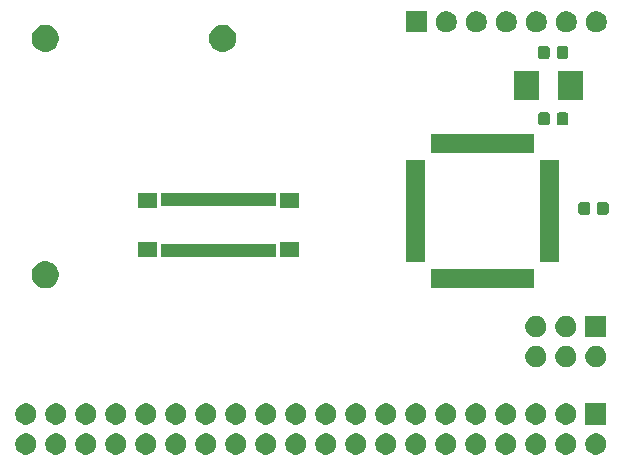
<source format=gbr>
%TF.GenerationSoftware,KiCad,Pcbnew,5.1.5*%
%TF.CreationDate,2020-05-13T22:00:42+02:00*%
%TF.ProjectId,thinkpad-keyboard,7468696e-6b70-4616-942d-6b6579626f61,rev?*%
%TF.SameCoordinates,Original*%
%TF.FileFunction,Soldermask,Top*%
%TF.FilePolarity,Negative*%
%FSLAX46Y46*%
G04 Gerber Fmt 4.6, Leading zero omitted, Abs format (unit mm)*
G04 Created by KiCad (PCBNEW 5.1.5) date 2020-05-13 22:00:42*
%MOMM*%
%LPD*%
G04 APERTURE LIST*
%ADD10C,0.050000*%
G04 APERTURE END LIST*
D10*
G36*
X150113512Y-106443927D02*
G01*
X150262812Y-106473624D01*
X150426784Y-106541544D01*
X150574354Y-106640147D01*
X150699853Y-106765646D01*
X150798456Y-106913216D01*
X150866376Y-107077188D01*
X150901000Y-107251259D01*
X150901000Y-107428741D01*
X150866376Y-107602812D01*
X150798456Y-107766784D01*
X150699853Y-107914354D01*
X150574354Y-108039853D01*
X150426784Y-108138456D01*
X150262812Y-108206376D01*
X150113512Y-108236073D01*
X150088742Y-108241000D01*
X149911258Y-108241000D01*
X149886488Y-108236073D01*
X149737188Y-108206376D01*
X149573216Y-108138456D01*
X149425646Y-108039853D01*
X149300147Y-107914354D01*
X149201544Y-107766784D01*
X149133624Y-107602812D01*
X149099000Y-107428741D01*
X149099000Y-107251259D01*
X149133624Y-107077188D01*
X149201544Y-106913216D01*
X149300147Y-106765646D01*
X149425646Y-106640147D01*
X149573216Y-106541544D01*
X149737188Y-106473624D01*
X149886488Y-106443927D01*
X149911258Y-106439000D01*
X150088742Y-106439000D01*
X150113512Y-106443927D01*
G37*
G36*
X124713512Y-106443927D02*
G01*
X124862812Y-106473624D01*
X125026784Y-106541544D01*
X125174354Y-106640147D01*
X125299853Y-106765646D01*
X125398456Y-106913216D01*
X125466376Y-107077188D01*
X125501000Y-107251259D01*
X125501000Y-107428741D01*
X125466376Y-107602812D01*
X125398456Y-107766784D01*
X125299853Y-107914354D01*
X125174354Y-108039853D01*
X125026784Y-108138456D01*
X124862812Y-108206376D01*
X124713512Y-108236073D01*
X124688742Y-108241000D01*
X124511258Y-108241000D01*
X124486488Y-108236073D01*
X124337188Y-108206376D01*
X124173216Y-108138456D01*
X124025646Y-108039853D01*
X123900147Y-107914354D01*
X123801544Y-107766784D01*
X123733624Y-107602812D01*
X123699000Y-107428741D01*
X123699000Y-107251259D01*
X123733624Y-107077188D01*
X123801544Y-106913216D01*
X123900147Y-106765646D01*
X124025646Y-106640147D01*
X124173216Y-106541544D01*
X124337188Y-106473624D01*
X124486488Y-106443927D01*
X124511258Y-106439000D01*
X124688742Y-106439000D01*
X124713512Y-106443927D01*
G37*
G36*
X106933512Y-106443927D02*
G01*
X107082812Y-106473624D01*
X107246784Y-106541544D01*
X107394354Y-106640147D01*
X107519853Y-106765646D01*
X107618456Y-106913216D01*
X107686376Y-107077188D01*
X107721000Y-107251259D01*
X107721000Y-107428741D01*
X107686376Y-107602812D01*
X107618456Y-107766784D01*
X107519853Y-107914354D01*
X107394354Y-108039853D01*
X107246784Y-108138456D01*
X107082812Y-108206376D01*
X106933512Y-108236073D01*
X106908742Y-108241000D01*
X106731258Y-108241000D01*
X106706488Y-108236073D01*
X106557188Y-108206376D01*
X106393216Y-108138456D01*
X106245646Y-108039853D01*
X106120147Y-107914354D01*
X106021544Y-107766784D01*
X105953624Y-107602812D01*
X105919000Y-107428741D01*
X105919000Y-107251259D01*
X105953624Y-107077188D01*
X106021544Y-106913216D01*
X106120147Y-106765646D01*
X106245646Y-106640147D01*
X106393216Y-106541544D01*
X106557188Y-106473624D01*
X106706488Y-106443927D01*
X106731258Y-106439000D01*
X106908742Y-106439000D01*
X106933512Y-106443927D01*
G37*
G36*
X104393512Y-106443927D02*
G01*
X104542812Y-106473624D01*
X104706784Y-106541544D01*
X104854354Y-106640147D01*
X104979853Y-106765646D01*
X105078456Y-106913216D01*
X105146376Y-107077188D01*
X105181000Y-107251259D01*
X105181000Y-107428741D01*
X105146376Y-107602812D01*
X105078456Y-107766784D01*
X104979853Y-107914354D01*
X104854354Y-108039853D01*
X104706784Y-108138456D01*
X104542812Y-108206376D01*
X104393512Y-108236073D01*
X104368742Y-108241000D01*
X104191258Y-108241000D01*
X104166488Y-108236073D01*
X104017188Y-108206376D01*
X103853216Y-108138456D01*
X103705646Y-108039853D01*
X103580147Y-107914354D01*
X103481544Y-107766784D01*
X103413624Y-107602812D01*
X103379000Y-107428741D01*
X103379000Y-107251259D01*
X103413624Y-107077188D01*
X103481544Y-106913216D01*
X103580147Y-106765646D01*
X103705646Y-106640147D01*
X103853216Y-106541544D01*
X104017188Y-106473624D01*
X104166488Y-106443927D01*
X104191258Y-106439000D01*
X104368742Y-106439000D01*
X104393512Y-106443927D01*
G37*
G36*
X101853512Y-106443927D02*
G01*
X102002812Y-106473624D01*
X102166784Y-106541544D01*
X102314354Y-106640147D01*
X102439853Y-106765646D01*
X102538456Y-106913216D01*
X102606376Y-107077188D01*
X102641000Y-107251259D01*
X102641000Y-107428741D01*
X102606376Y-107602812D01*
X102538456Y-107766784D01*
X102439853Y-107914354D01*
X102314354Y-108039853D01*
X102166784Y-108138456D01*
X102002812Y-108206376D01*
X101853512Y-108236073D01*
X101828742Y-108241000D01*
X101651258Y-108241000D01*
X101626488Y-108236073D01*
X101477188Y-108206376D01*
X101313216Y-108138456D01*
X101165646Y-108039853D01*
X101040147Y-107914354D01*
X100941544Y-107766784D01*
X100873624Y-107602812D01*
X100839000Y-107428741D01*
X100839000Y-107251259D01*
X100873624Y-107077188D01*
X100941544Y-106913216D01*
X101040147Y-106765646D01*
X101165646Y-106640147D01*
X101313216Y-106541544D01*
X101477188Y-106473624D01*
X101626488Y-106443927D01*
X101651258Y-106439000D01*
X101828742Y-106439000D01*
X101853512Y-106443927D01*
G37*
G36*
X109473512Y-106443927D02*
G01*
X109622812Y-106473624D01*
X109786784Y-106541544D01*
X109934354Y-106640147D01*
X110059853Y-106765646D01*
X110158456Y-106913216D01*
X110226376Y-107077188D01*
X110261000Y-107251259D01*
X110261000Y-107428741D01*
X110226376Y-107602812D01*
X110158456Y-107766784D01*
X110059853Y-107914354D01*
X109934354Y-108039853D01*
X109786784Y-108138456D01*
X109622812Y-108206376D01*
X109473512Y-108236073D01*
X109448742Y-108241000D01*
X109271258Y-108241000D01*
X109246488Y-108236073D01*
X109097188Y-108206376D01*
X108933216Y-108138456D01*
X108785646Y-108039853D01*
X108660147Y-107914354D01*
X108561544Y-107766784D01*
X108493624Y-107602812D01*
X108459000Y-107428741D01*
X108459000Y-107251259D01*
X108493624Y-107077188D01*
X108561544Y-106913216D01*
X108660147Y-106765646D01*
X108785646Y-106640147D01*
X108933216Y-106541544D01*
X109097188Y-106473624D01*
X109246488Y-106443927D01*
X109271258Y-106439000D01*
X109448742Y-106439000D01*
X109473512Y-106443927D01*
G37*
G36*
X112013512Y-106443927D02*
G01*
X112162812Y-106473624D01*
X112326784Y-106541544D01*
X112474354Y-106640147D01*
X112599853Y-106765646D01*
X112698456Y-106913216D01*
X112766376Y-107077188D01*
X112801000Y-107251259D01*
X112801000Y-107428741D01*
X112766376Y-107602812D01*
X112698456Y-107766784D01*
X112599853Y-107914354D01*
X112474354Y-108039853D01*
X112326784Y-108138456D01*
X112162812Y-108206376D01*
X112013512Y-108236073D01*
X111988742Y-108241000D01*
X111811258Y-108241000D01*
X111786488Y-108236073D01*
X111637188Y-108206376D01*
X111473216Y-108138456D01*
X111325646Y-108039853D01*
X111200147Y-107914354D01*
X111101544Y-107766784D01*
X111033624Y-107602812D01*
X110999000Y-107428741D01*
X110999000Y-107251259D01*
X111033624Y-107077188D01*
X111101544Y-106913216D01*
X111200147Y-106765646D01*
X111325646Y-106640147D01*
X111473216Y-106541544D01*
X111637188Y-106473624D01*
X111786488Y-106443927D01*
X111811258Y-106439000D01*
X111988742Y-106439000D01*
X112013512Y-106443927D01*
G37*
G36*
X114553512Y-106443927D02*
G01*
X114702812Y-106473624D01*
X114866784Y-106541544D01*
X115014354Y-106640147D01*
X115139853Y-106765646D01*
X115238456Y-106913216D01*
X115306376Y-107077188D01*
X115341000Y-107251259D01*
X115341000Y-107428741D01*
X115306376Y-107602812D01*
X115238456Y-107766784D01*
X115139853Y-107914354D01*
X115014354Y-108039853D01*
X114866784Y-108138456D01*
X114702812Y-108206376D01*
X114553512Y-108236073D01*
X114528742Y-108241000D01*
X114351258Y-108241000D01*
X114326488Y-108236073D01*
X114177188Y-108206376D01*
X114013216Y-108138456D01*
X113865646Y-108039853D01*
X113740147Y-107914354D01*
X113641544Y-107766784D01*
X113573624Y-107602812D01*
X113539000Y-107428741D01*
X113539000Y-107251259D01*
X113573624Y-107077188D01*
X113641544Y-106913216D01*
X113740147Y-106765646D01*
X113865646Y-106640147D01*
X114013216Y-106541544D01*
X114177188Y-106473624D01*
X114326488Y-106443927D01*
X114351258Y-106439000D01*
X114528742Y-106439000D01*
X114553512Y-106443927D01*
G37*
G36*
X117093512Y-106443927D02*
G01*
X117242812Y-106473624D01*
X117406784Y-106541544D01*
X117554354Y-106640147D01*
X117679853Y-106765646D01*
X117778456Y-106913216D01*
X117846376Y-107077188D01*
X117881000Y-107251259D01*
X117881000Y-107428741D01*
X117846376Y-107602812D01*
X117778456Y-107766784D01*
X117679853Y-107914354D01*
X117554354Y-108039853D01*
X117406784Y-108138456D01*
X117242812Y-108206376D01*
X117093512Y-108236073D01*
X117068742Y-108241000D01*
X116891258Y-108241000D01*
X116866488Y-108236073D01*
X116717188Y-108206376D01*
X116553216Y-108138456D01*
X116405646Y-108039853D01*
X116280147Y-107914354D01*
X116181544Y-107766784D01*
X116113624Y-107602812D01*
X116079000Y-107428741D01*
X116079000Y-107251259D01*
X116113624Y-107077188D01*
X116181544Y-106913216D01*
X116280147Y-106765646D01*
X116405646Y-106640147D01*
X116553216Y-106541544D01*
X116717188Y-106473624D01*
X116866488Y-106443927D01*
X116891258Y-106439000D01*
X117068742Y-106439000D01*
X117093512Y-106443927D01*
G37*
G36*
X119633512Y-106443927D02*
G01*
X119782812Y-106473624D01*
X119946784Y-106541544D01*
X120094354Y-106640147D01*
X120219853Y-106765646D01*
X120318456Y-106913216D01*
X120386376Y-107077188D01*
X120421000Y-107251259D01*
X120421000Y-107428741D01*
X120386376Y-107602812D01*
X120318456Y-107766784D01*
X120219853Y-107914354D01*
X120094354Y-108039853D01*
X119946784Y-108138456D01*
X119782812Y-108206376D01*
X119633512Y-108236073D01*
X119608742Y-108241000D01*
X119431258Y-108241000D01*
X119406488Y-108236073D01*
X119257188Y-108206376D01*
X119093216Y-108138456D01*
X118945646Y-108039853D01*
X118820147Y-107914354D01*
X118721544Y-107766784D01*
X118653624Y-107602812D01*
X118619000Y-107428741D01*
X118619000Y-107251259D01*
X118653624Y-107077188D01*
X118721544Y-106913216D01*
X118820147Y-106765646D01*
X118945646Y-106640147D01*
X119093216Y-106541544D01*
X119257188Y-106473624D01*
X119406488Y-106443927D01*
X119431258Y-106439000D01*
X119608742Y-106439000D01*
X119633512Y-106443927D01*
G37*
G36*
X122173512Y-106443927D02*
G01*
X122322812Y-106473624D01*
X122486784Y-106541544D01*
X122634354Y-106640147D01*
X122759853Y-106765646D01*
X122858456Y-106913216D01*
X122926376Y-107077188D01*
X122961000Y-107251259D01*
X122961000Y-107428741D01*
X122926376Y-107602812D01*
X122858456Y-107766784D01*
X122759853Y-107914354D01*
X122634354Y-108039853D01*
X122486784Y-108138456D01*
X122322812Y-108206376D01*
X122173512Y-108236073D01*
X122148742Y-108241000D01*
X121971258Y-108241000D01*
X121946488Y-108236073D01*
X121797188Y-108206376D01*
X121633216Y-108138456D01*
X121485646Y-108039853D01*
X121360147Y-107914354D01*
X121261544Y-107766784D01*
X121193624Y-107602812D01*
X121159000Y-107428741D01*
X121159000Y-107251259D01*
X121193624Y-107077188D01*
X121261544Y-106913216D01*
X121360147Y-106765646D01*
X121485646Y-106640147D01*
X121633216Y-106541544D01*
X121797188Y-106473624D01*
X121946488Y-106443927D01*
X121971258Y-106439000D01*
X122148742Y-106439000D01*
X122173512Y-106443927D01*
G37*
G36*
X129793512Y-106443927D02*
G01*
X129942812Y-106473624D01*
X130106784Y-106541544D01*
X130254354Y-106640147D01*
X130379853Y-106765646D01*
X130478456Y-106913216D01*
X130546376Y-107077188D01*
X130581000Y-107251259D01*
X130581000Y-107428741D01*
X130546376Y-107602812D01*
X130478456Y-107766784D01*
X130379853Y-107914354D01*
X130254354Y-108039853D01*
X130106784Y-108138456D01*
X129942812Y-108206376D01*
X129793512Y-108236073D01*
X129768742Y-108241000D01*
X129591258Y-108241000D01*
X129566488Y-108236073D01*
X129417188Y-108206376D01*
X129253216Y-108138456D01*
X129105646Y-108039853D01*
X128980147Y-107914354D01*
X128881544Y-107766784D01*
X128813624Y-107602812D01*
X128779000Y-107428741D01*
X128779000Y-107251259D01*
X128813624Y-107077188D01*
X128881544Y-106913216D01*
X128980147Y-106765646D01*
X129105646Y-106640147D01*
X129253216Y-106541544D01*
X129417188Y-106473624D01*
X129566488Y-106443927D01*
X129591258Y-106439000D01*
X129768742Y-106439000D01*
X129793512Y-106443927D01*
G37*
G36*
X132333512Y-106443927D02*
G01*
X132482812Y-106473624D01*
X132646784Y-106541544D01*
X132794354Y-106640147D01*
X132919853Y-106765646D01*
X133018456Y-106913216D01*
X133086376Y-107077188D01*
X133121000Y-107251259D01*
X133121000Y-107428741D01*
X133086376Y-107602812D01*
X133018456Y-107766784D01*
X132919853Y-107914354D01*
X132794354Y-108039853D01*
X132646784Y-108138456D01*
X132482812Y-108206376D01*
X132333512Y-108236073D01*
X132308742Y-108241000D01*
X132131258Y-108241000D01*
X132106488Y-108236073D01*
X131957188Y-108206376D01*
X131793216Y-108138456D01*
X131645646Y-108039853D01*
X131520147Y-107914354D01*
X131421544Y-107766784D01*
X131353624Y-107602812D01*
X131319000Y-107428741D01*
X131319000Y-107251259D01*
X131353624Y-107077188D01*
X131421544Y-106913216D01*
X131520147Y-106765646D01*
X131645646Y-106640147D01*
X131793216Y-106541544D01*
X131957188Y-106473624D01*
X132106488Y-106443927D01*
X132131258Y-106439000D01*
X132308742Y-106439000D01*
X132333512Y-106443927D01*
G37*
G36*
X134873512Y-106443927D02*
G01*
X135022812Y-106473624D01*
X135186784Y-106541544D01*
X135334354Y-106640147D01*
X135459853Y-106765646D01*
X135558456Y-106913216D01*
X135626376Y-107077188D01*
X135661000Y-107251259D01*
X135661000Y-107428741D01*
X135626376Y-107602812D01*
X135558456Y-107766784D01*
X135459853Y-107914354D01*
X135334354Y-108039853D01*
X135186784Y-108138456D01*
X135022812Y-108206376D01*
X134873512Y-108236073D01*
X134848742Y-108241000D01*
X134671258Y-108241000D01*
X134646488Y-108236073D01*
X134497188Y-108206376D01*
X134333216Y-108138456D01*
X134185646Y-108039853D01*
X134060147Y-107914354D01*
X133961544Y-107766784D01*
X133893624Y-107602812D01*
X133859000Y-107428741D01*
X133859000Y-107251259D01*
X133893624Y-107077188D01*
X133961544Y-106913216D01*
X134060147Y-106765646D01*
X134185646Y-106640147D01*
X134333216Y-106541544D01*
X134497188Y-106473624D01*
X134646488Y-106443927D01*
X134671258Y-106439000D01*
X134848742Y-106439000D01*
X134873512Y-106443927D01*
G37*
G36*
X137413512Y-106443927D02*
G01*
X137562812Y-106473624D01*
X137726784Y-106541544D01*
X137874354Y-106640147D01*
X137999853Y-106765646D01*
X138098456Y-106913216D01*
X138166376Y-107077188D01*
X138201000Y-107251259D01*
X138201000Y-107428741D01*
X138166376Y-107602812D01*
X138098456Y-107766784D01*
X137999853Y-107914354D01*
X137874354Y-108039853D01*
X137726784Y-108138456D01*
X137562812Y-108206376D01*
X137413512Y-108236073D01*
X137388742Y-108241000D01*
X137211258Y-108241000D01*
X137186488Y-108236073D01*
X137037188Y-108206376D01*
X136873216Y-108138456D01*
X136725646Y-108039853D01*
X136600147Y-107914354D01*
X136501544Y-107766784D01*
X136433624Y-107602812D01*
X136399000Y-107428741D01*
X136399000Y-107251259D01*
X136433624Y-107077188D01*
X136501544Y-106913216D01*
X136600147Y-106765646D01*
X136725646Y-106640147D01*
X136873216Y-106541544D01*
X137037188Y-106473624D01*
X137186488Y-106443927D01*
X137211258Y-106439000D01*
X137388742Y-106439000D01*
X137413512Y-106443927D01*
G37*
G36*
X139953512Y-106443927D02*
G01*
X140102812Y-106473624D01*
X140266784Y-106541544D01*
X140414354Y-106640147D01*
X140539853Y-106765646D01*
X140638456Y-106913216D01*
X140706376Y-107077188D01*
X140741000Y-107251259D01*
X140741000Y-107428741D01*
X140706376Y-107602812D01*
X140638456Y-107766784D01*
X140539853Y-107914354D01*
X140414354Y-108039853D01*
X140266784Y-108138456D01*
X140102812Y-108206376D01*
X139953512Y-108236073D01*
X139928742Y-108241000D01*
X139751258Y-108241000D01*
X139726488Y-108236073D01*
X139577188Y-108206376D01*
X139413216Y-108138456D01*
X139265646Y-108039853D01*
X139140147Y-107914354D01*
X139041544Y-107766784D01*
X138973624Y-107602812D01*
X138939000Y-107428741D01*
X138939000Y-107251259D01*
X138973624Y-107077188D01*
X139041544Y-106913216D01*
X139140147Y-106765646D01*
X139265646Y-106640147D01*
X139413216Y-106541544D01*
X139577188Y-106473624D01*
X139726488Y-106443927D01*
X139751258Y-106439000D01*
X139928742Y-106439000D01*
X139953512Y-106443927D01*
G37*
G36*
X142493512Y-106443927D02*
G01*
X142642812Y-106473624D01*
X142806784Y-106541544D01*
X142954354Y-106640147D01*
X143079853Y-106765646D01*
X143178456Y-106913216D01*
X143246376Y-107077188D01*
X143281000Y-107251259D01*
X143281000Y-107428741D01*
X143246376Y-107602812D01*
X143178456Y-107766784D01*
X143079853Y-107914354D01*
X142954354Y-108039853D01*
X142806784Y-108138456D01*
X142642812Y-108206376D01*
X142493512Y-108236073D01*
X142468742Y-108241000D01*
X142291258Y-108241000D01*
X142266488Y-108236073D01*
X142117188Y-108206376D01*
X141953216Y-108138456D01*
X141805646Y-108039853D01*
X141680147Y-107914354D01*
X141581544Y-107766784D01*
X141513624Y-107602812D01*
X141479000Y-107428741D01*
X141479000Y-107251259D01*
X141513624Y-107077188D01*
X141581544Y-106913216D01*
X141680147Y-106765646D01*
X141805646Y-106640147D01*
X141953216Y-106541544D01*
X142117188Y-106473624D01*
X142266488Y-106443927D01*
X142291258Y-106439000D01*
X142468742Y-106439000D01*
X142493512Y-106443927D01*
G37*
G36*
X145033512Y-106443927D02*
G01*
X145182812Y-106473624D01*
X145346784Y-106541544D01*
X145494354Y-106640147D01*
X145619853Y-106765646D01*
X145718456Y-106913216D01*
X145786376Y-107077188D01*
X145821000Y-107251259D01*
X145821000Y-107428741D01*
X145786376Y-107602812D01*
X145718456Y-107766784D01*
X145619853Y-107914354D01*
X145494354Y-108039853D01*
X145346784Y-108138456D01*
X145182812Y-108206376D01*
X145033512Y-108236073D01*
X145008742Y-108241000D01*
X144831258Y-108241000D01*
X144806488Y-108236073D01*
X144657188Y-108206376D01*
X144493216Y-108138456D01*
X144345646Y-108039853D01*
X144220147Y-107914354D01*
X144121544Y-107766784D01*
X144053624Y-107602812D01*
X144019000Y-107428741D01*
X144019000Y-107251259D01*
X144053624Y-107077188D01*
X144121544Y-106913216D01*
X144220147Y-106765646D01*
X144345646Y-106640147D01*
X144493216Y-106541544D01*
X144657188Y-106473624D01*
X144806488Y-106443927D01*
X144831258Y-106439000D01*
X145008742Y-106439000D01*
X145033512Y-106443927D01*
G37*
G36*
X147573512Y-106443927D02*
G01*
X147722812Y-106473624D01*
X147886784Y-106541544D01*
X148034354Y-106640147D01*
X148159853Y-106765646D01*
X148258456Y-106913216D01*
X148326376Y-107077188D01*
X148361000Y-107251259D01*
X148361000Y-107428741D01*
X148326376Y-107602812D01*
X148258456Y-107766784D01*
X148159853Y-107914354D01*
X148034354Y-108039853D01*
X147886784Y-108138456D01*
X147722812Y-108206376D01*
X147573512Y-108236073D01*
X147548742Y-108241000D01*
X147371258Y-108241000D01*
X147346488Y-108236073D01*
X147197188Y-108206376D01*
X147033216Y-108138456D01*
X146885646Y-108039853D01*
X146760147Y-107914354D01*
X146661544Y-107766784D01*
X146593624Y-107602812D01*
X146559000Y-107428741D01*
X146559000Y-107251259D01*
X146593624Y-107077188D01*
X146661544Y-106913216D01*
X146760147Y-106765646D01*
X146885646Y-106640147D01*
X147033216Y-106541544D01*
X147197188Y-106473624D01*
X147346488Y-106443927D01*
X147371258Y-106439000D01*
X147548742Y-106439000D01*
X147573512Y-106443927D01*
G37*
G36*
X127253512Y-106443927D02*
G01*
X127402812Y-106473624D01*
X127566784Y-106541544D01*
X127714354Y-106640147D01*
X127839853Y-106765646D01*
X127938456Y-106913216D01*
X128006376Y-107077188D01*
X128041000Y-107251259D01*
X128041000Y-107428741D01*
X128006376Y-107602812D01*
X127938456Y-107766784D01*
X127839853Y-107914354D01*
X127714354Y-108039853D01*
X127566784Y-108138456D01*
X127402812Y-108206376D01*
X127253512Y-108236073D01*
X127228742Y-108241000D01*
X127051258Y-108241000D01*
X127026488Y-108236073D01*
X126877188Y-108206376D01*
X126713216Y-108138456D01*
X126565646Y-108039853D01*
X126440147Y-107914354D01*
X126341544Y-107766784D01*
X126273624Y-107602812D01*
X126239000Y-107428741D01*
X126239000Y-107251259D01*
X126273624Y-107077188D01*
X126341544Y-106913216D01*
X126440147Y-106765646D01*
X126565646Y-106640147D01*
X126713216Y-106541544D01*
X126877188Y-106473624D01*
X127026488Y-106443927D01*
X127051258Y-106439000D01*
X127228742Y-106439000D01*
X127253512Y-106443927D01*
G37*
G36*
X124713512Y-103903927D02*
G01*
X124862812Y-103933624D01*
X125026784Y-104001544D01*
X125174354Y-104100147D01*
X125299853Y-104225646D01*
X125398456Y-104373216D01*
X125466376Y-104537188D01*
X125501000Y-104711259D01*
X125501000Y-104888741D01*
X125466376Y-105062812D01*
X125398456Y-105226784D01*
X125299853Y-105374354D01*
X125174354Y-105499853D01*
X125026784Y-105598456D01*
X124862812Y-105666376D01*
X124713512Y-105696073D01*
X124688742Y-105701000D01*
X124511258Y-105701000D01*
X124486488Y-105696073D01*
X124337188Y-105666376D01*
X124173216Y-105598456D01*
X124025646Y-105499853D01*
X123900147Y-105374354D01*
X123801544Y-105226784D01*
X123733624Y-105062812D01*
X123699000Y-104888741D01*
X123699000Y-104711259D01*
X123733624Y-104537188D01*
X123801544Y-104373216D01*
X123900147Y-104225646D01*
X124025646Y-104100147D01*
X124173216Y-104001544D01*
X124337188Y-103933624D01*
X124486488Y-103903927D01*
X124511258Y-103899000D01*
X124688742Y-103899000D01*
X124713512Y-103903927D01*
G37*
G36*
X122173512Y-103903927D02*
G01*
X122322812Y-103933624D01*
X122486784Y-104001544D01*
X122634354Y-104100147D01*
X122759853Y-104225646D01*
X122858456Y-104373216D01*
X122926376Y-104537188D01*
X122961000Y-104711259D01*
X122961000Y-104888741D01*
X122926376Y-105062812D01*
X122858456Y-105226784D01*
X122759853Y-105374354D01*
X122634354Y-105499853D01*
X122486784Y-105598456D01*
X122322812Y-105666376D01*
X122173512Y-105696073D01*
X122148742Y-105701000D01*
X121971258Y-105701000D01*
X121946488Y-105696073D01*
X121797188Y-105666376D01*
X121633216Y-105598456D01*
X121485646Y-105499853D01*
X121360147Y-105374354D01*
X121261544Y-105226784D01*
X121193624Y-105062812D01*
X121159000Y-104888741D01*
X121159000Y-104711259D01*
X121193624Y-104537188D01*
X121261544Y-104373216D01*
X121360147Y-104225646D01*
X121485646Y-104100147D01*
X121633216Y-104001544D01*
X121797188Y-103933624D01*
X121946488Y-103903927D01*
X121971258Y-103899000D01*
X122148742Y-103899000D01*
X122173512Y-103903927D01*
G37*
G36*
X104393512Y-103903927D02*
G01*
X104542812Y-103933624D01*
X104706784Y-104001544D01*
X104854354Y-104100147D01*
X104979853Y-104225646D01*
X105078456Y-104373216D01*
X105146376Y-104537188D01*
X105181000Y-104711259D01*
X105181000Y-104888741D01*
X105146376Y-105062812D01*
X105078456Y-105226784D01*
X104979853Y-105374354D01*
X104854354Y-105499853D01*
X104706784Y-105598456D01*
X104542812Y-105666376D01*
X104393512Y-105696073D01*
X104368742Y-105701000D01*
X104191258Y-105701000D01*
X104166488Y-105696073D01*
X104017188Y-105666376D01*
X103853216Y-105598456D01*
X103705646Y-105499853D01*
X103580147Y-105374354D01*
X103481544Y-105226784D01*
X103413624Y-105062812D01*
X103379000Y-104888741D01*
X103379000Y-104711259D01*
X103413624Y-104537188D01*
X103481544Y-104373216D01*
X103580147Y-104225646D01*
X103705646Y-104100147D01*
X103853216Y-104001544D01*
X104017188Y-103933624D01*
X104166488Y-103903927D01*
X104191258Y-103899000D01*
X104368742Y-103899000D01*
X104393512Y-103903927D01*
G37*
G36*
X119633512Y-103903927D02*
G01*
X119782812Y-103933624D01*
X119946784Y-104001544D01*
X120094354Y-104100147D01*
X120219853Y-104225646D01*
X120318456Y-104373216D01*
X120386376Y-104537188D01*
X120421000Y-104711259D01*
X120421000Y-104888741D01*
X120386376Y-105062812D01*
X120318456Y-105226784D01*
X120219853Y-105374354D01*
X120094354Y-105499853D01*
X119946784Y-105598456D01*
X119782812Y-105666376D01*
X119633512Y-105696073D01*
X119608742Y-105701000D01*
X119431258Y-105701000D01*
X119406488Y-105696073D01*
X119257188Y-105666376D01*
X119093216Y-105598456D01*
X118945646Y-105499853D01*
X118820147Y-105374354D01*
X118721544Y-105226784D01*
X118653624Y-105062812D01*
X118619000Y-104888741D01*
X118619000Y-104711259D01*
X118653624Y-104537188D01*
X118721544Y-104373216D01*
X118820147Y-104225646D01*
X118945646Y-104100147D01*
X119093216Y-104001544D01*
X119257188Y-103933624D01*
X119406488Y-103903927D01*
X119431258Y-103899000D01*
X119608742Y-103899000D01*
X119633512Y-103903927D01*
G37*
G36*
X117093512Y-103903927D02*
G01*
X117242812Y-103933624D01*
X117406784Y-104001544D01*
X117554354Y-104100147D01*
X117679853Y-104225646D01*
X117778456Y-104373216D01*
X117846376Y-104537188D01*
X117881000Y-104711259D01*
X117881000Y-104888741D01*
X117846376Y-105062812D01*
X117778456Y-105226784D01*
X117679853Y-105374354D01*
X117554354Y-105499853D01*
X117406784Y-105598456D01*
X117242812Y-105666376D01*
X117093512Y-105696073D01*
X117068742Y-105701000D01*
X116891258Y-105701000D01*
X116866488Y-105696073D01*
X116717188Y-105666376D01*
X116553216Y-105598456D01*
X116405646Y-105499853D01*
X116280147Y-105374354D01*
X116181544Y-105226784D01*
X116113624Y-105062812D01*
X116079000Y-104888741D01*
X116079000Y-104711259D01*
X116113624Y-104537188D01*
X116181544Y-104373216D01*
X116280147Y-104225646D01*
X116405646Y-104100147D01*
X116553216Y-104001544D01*
X116717188Y-103933624D01*
X116866488Y-103903927D01*
X116891258Y-103899000D01*
X117068742Y-103899000D01*
X117093512Y-103903927D01*
G37*
G36*
X114553512Y-103903927D02*
G01*
X114702812Y-103933624D01*
X114866784Y-104001544D01*
X115014354Y-104100147D01*
X115139853Y-104225646D01*
X115238456Y-104373216D01*
X115306376Y-104537188D01*
X115341000Y-104711259D01*
X115341000Y-104888741D01*
X115306376Y-105062812D01*
X115238456Y-105226784D01*
X115139853Y-105374354D01*
X115014354Y-105499853D01*
X114866784Y-105598456D01*
X114702812Y-105666376D01*
X114553512Y-105696073D01*
X114528742Y-105701000D01*
X114351258Y-105701000D01*
X114326488Y-105696073D01*
X114177188Y-105666376D01*
X114013216Y-105598456D01*
X113865646Y-105499853D01*
X113740147Y-105374354D01*
X113641544Y-105226784D01*
X113573624Y-105062812D01*
X113539000Y-104888741D01*
X113539000Y-104711259D01*
X113573624Y-104537188D01*
X113641544Y-104373216D01*
X113740147Y-104225646D01*
X113865646Y-104100147D01*
X114013216Y-104001544D01*
X114177188Y-103933624D01*
X114326488Y-103903927D01*
X114351258Y-103899000D01*
X114528742Y-103899000D01*
X114553512Y-103903927D01*
G37*
G36*
X112013512Y-103903927D02*
G01*
X112162812Y-103933624D01*
X112326784Y-104001544D01*
X112474354Y-104100147D01*
X112599853Y-104225646D01*
X112698456Y-104373216D01*
X112766376Y-104537188D01*
X112801000Y-104711259D01*
X112801000Y-104888741D01*
X112766376Y-105062812D01*
X112698456Y-105226784D01*
X112599853Y-105374354D01*
X112474354Y-105499853D01*
X112326784Y-105598456D01*
X112162812Y-105666376D01*
X112013512Y-105696073D01*
X111988742Y-105701000D01*
X111811258Y-105701000D01*
X111786488Y-105696073D01*
X111637188Y-105666376D01*
X111473216Y-105598456D01*
X111325646Y-105499853D01*
X111200147Y-105374354D01*
X111101544Y-105226784D01*
X111033624Y-105062812D01*
X110999000Y-104888741D01*
X110999000Y-104711259D01*
X111033624Y-104537188D01*
X111101544Y-104373216D01*
X111200147Y-104225646D01*
X111325646Y-104100147D01*
X111473216Y-104001544D01*
X111637188Y-103933624D01*
X111786488Y-103903927D01*
X111811258Y-103899000D01*
X111988742Y-103899000D01*
X112013512Y-103903927D01*
G37*
G36*
X109473512Y-103903927D02*
G01*
X109622812Y-103933624D01*
X109786784Y-104001544D01*
X109934354Y-104100147D01*
X110059853Y-104225646D01*
X110158456Y-104373216D01*
X110226376Y-104537188D01*
X110261000Y-104711259D01*
X110261000Y-104888741D01*
X110226376Y-105062812D01*
X110158456Y-105226784D01*
X110059853Y-105374354D01*
X109934354Y-105499853D01*
X109786784Y-105598456D01*
X109622812Y-105666376D01*
X109473512Y-105696073D01*
X109448742Y-105701000D01*
X109271258Y-105701000D01*
X109246488Y-105696073D01*
X109097188Y-105666376D01*
X108933216Y-105598456D01*
X108785646Y-105499853D01*
X108660147Y-105374354D01*
X108561544Y-105226784D01*
X108493624Y-105062812D01*
X108459000Y-104888741D01*
X108459000Y-104711259D01*
X108493624Y-104537188D01*
X108561544Y-104373216D01*
X108660147Y-104225646D01*
X108785646Y-104100147D01*
X108933216Y-104001544D01*
X109097188Y-103933624D01*
X109246488Y-103903927D01*
X109271258Y-103899000D01*
X109448742Y-103899000D01*
X109473512Y-103903927D01*
G37*
G36*
X101853512Y-103903927D02*
G01*
X102002812Y-103933624D01*
X102166784Y-104001544D01*
X102314354Y-104100147D01*
X102439853Y-104225646D01*
X102538456Y-104373216D01*
X102606376Y-104537188D01*
X102641000Y-104711259D01*
X102641000Y-104888741D01*
X102606376Y-105062812D01*
X102538456Y-105226784D01*
X102439853Y-105374354D01*
X102314354Y-105499853D01*
X102166784Y-105598456D01*
X102002812Y-105666376D01*
X101853512Y-105696073D01*
X101828742Y-105701000D01*
X101651258Y-105701000D01*
X101626488Y-105696073D01*
X101477188Y-105666376D01*
X101313216Y-105598456D01*
X101165646Y-105499853D01*
X101040147Y-105374354D01*
X100941544Y-105226784D01*
X100873624Y-105062812D01*
X100839000Y-104888741D01*
X100839000Y-104711259D01*
X100873624Y-104537188D01*
X100941544Y-104373216D01*
X101040147Y-104225646D01*
X101165646Y-104100147D01*
X101313216Y-104001544D01*
X101477188Y-103933624D01*
X101626488Y-103903927D01*
X101651258Y-103899000D01*
X101828742Y-103899000D01*
X101853512Y-103903927D01*
G37*
G36*
X106933512Y-103903927D02*
G01*
X107082812Y-103933624D01*
X107246784Y-104001544D01*
X107394354Y-104100147D01*
X107519853Y-104225646D01*
X107618456Y-104373216D01*
X107686376Y-104537188D01*
X107721000Y-104711259D01*
X107721000Y-104888741D01*
X107686376Y-105062812D01*
X107618456Y-105226784D01*
X107519853Y-105374354D01*
X107394354Y-105499853D01*
X107246784Y-105598456D01*
X107082812Y-105666376D01*
X106933512Y-105696073D01*
X106908742Y-105701000D01*
X106731258Y-105701000D01*
X106706488Y-105696073D01*
X106557188Y-105666376D01*
X106393216Y-105598456D01*
X106245646Y-105499853D01*
X106120147Y-105374354D01*
X106021544Y-105226784D01*
X105953624Y-105062812D01*
X105919000Y-104888741D01*
X105919000Y-104711259D01*
X105953624Y-104537188D01*
X106021544Y-104373216D01*
X106120147Y-104225646D01*
X106245646Y-104100147D01*
X106393216Y-104001544D01*
X106557188Y-103933624D01*
X106706488Y-103903927D01*
X106731258Y-103899000D01*
X106908742Y-103899000D01*
X106933512Y-103903927D01*
G37*
G36*
X129793512Y-103903927D02*
G01*
X129942812Y-103933624D01*
X130106784Y-104001544D01*
X130254354Y-104100147D01*
X130379853Y-104225646D01*
X130478456Y-104373216D01*
X130546376Y-104537188D01*
X130581000Y-104711259D01*
X130581000Y-104888741D01*
X130546376Y-105062812D01*
X130478456Y-105226784D01*
X130379853Y-105374354D01*
X130254354Y-105499853D01*
X130106784Y-105598456D01*
X129942812Y-105666376D01*
X129793512Y-105696073D01*
X129768742Y-105701000D01*
X129591258Y-105701000D01*
X129566488Y-105696073D01*
X129417188Y-105666376D01*
X129253216Y-105598456D01*
X129105646Y-105499853D01*
X128980147Y-105374354D01*
X128881544Y-105226784D01*
X128813624Y-105062812D01*
X128779000Y-104888741D01*
X128779000Y-104711259D01*
X128813624Y-104537188D01*
X128881544Y-104373216D01*
X128980147Y-104225646D01*
X129105646Y-104100147D01*
X129253216Y-104001544D01*
X129417188Y-103933624D01*
X129566488Y-103903927D01*
X129591258Y-103899000D01*
X129768742Y-103899000D01*
X129793512Y-103903927D01*
G37*
G36*
X127253512Y-103903927D02*
G01*
X127402812Y-103933624D01*
X127566784Y-104001544D01*
X127714354Y-104100147D01*
X127839853Y-104225646D01*
X127938456Y-104373216D01*
X128006376Y-104537188D01*
X128041000Y-104711259D01*
X128041000Y-104888741D01*
X128006376Y-105062812D01*
X127938456Y-105226784D01*
X127839853Y-105374354D01*
X127714354Y-105499853D01*
X127566784Y-105598456D01*
X127402812Y-105666376D01*
X127253512Y-105696073D01*
X127228742Y-105701000D01*
X127051258Y-105701000D01*
X127026488Y-105696073D01*
X126877188Y-105666376D01*
X126713216Y-105598456D01*
X126565646Y-105499853D01*
X126440147Y-105374354D01*
X126341544Y-105226784D01*
X126273624Y-105062812D01*
X126239000Y-104888741D01*
X126239000Y-104711259D01*
X126273624Y-104537188D01*
X126341544Y-104373216D01*
X126440147Y-104225646D01*
X126565646Y-104100147D01*
X126713216Y-104001544D01*
X126877188Y-103933624D01*
X127026488Y-103903927D01*
X127051258Y-103899000D01*
X127228742Y-103899000D01*
X127253512Y-103903927D01*
G37*
G36*
X142493512Y-103903927D02*
G01*
X142642812Y-103933624D01*
X142806784Y-104001544D01*
X142954354Y-104100147D01*
X143079853Y-104225646D01*
X143178456Y-104373216D01*
X143246376Y-104537188D01*
X143281000Y-104711259D01*
X143281000Y-104888741D01*
X143246376Y-105062812D01*
X143178456Y-105226784D01*
X143079853Y-105374354D01*
X142954354Y-105499853D01*
X142806784Y-105598456D01*
X142642812Y-105666376D01*
X142493512Y-105696073D01*
X142468742Y-105701000D01*
X142291258Y-105701000D01*
X142266488Y-105696073D01*
X142117188Y-105666376D01*
X141953216Y-105598456D01*
X141805646Y-105499853D01*
X141680147Y-105374354D01*
X141581544Y-105226784D01*
X141513624Y-105062812D01*
X141479000Y-104888741D01*
X141479000Y-104711259D01*
X141513624Y-104537188D01*
X141581544Y-104373216D01*
X141680147Y-104225646D01*
X141805646Y-104100147D01*
X141953216Y-104001544D01*
X142117188Y-103933624D01*
X142266488Y-103903927D01*
X142291258Y-103899000D01*
X142468742Y-103899000D01*
X142493512Y-103903927D01*
G37*
G36*
X147573512Y-103903927D02*
G01*
X147722812Y-103933624D01*
X147886784Y-104001544D01*
X148034354Y-104100147D01*
X148159853Y-104225646D01*
X148258456Y-104373216D01*
X148326376Y-104537188D01*
X148361000Y-104711259D01*
X148361000Y-104888741D01*
X148326376Y-105062812D01*
X148258456Y-105226784D01*
X148159853Y-105374354D01*
X148034354Y-105499853D01*
X147886784Y-105598456D01*
X147722812Y-105666376D01*
X147573512Y-105696073D01*
X147548742Y-105701000D01*
X147371258Y-105701000D01*
X147346488Y-105696073D01*
X147197188Y-105666376D01*
X147033216Y-105598456D01*
X146885646Y-105499853D01*
X146760147Y-105374354D01*
X146661544Y-105226784D01*
X146593624Y-105062812D01*
X146559000Y-104888741D01*
X146559000Y-104711259D01*
X146593624Y-104537188D01*
X146661544Y-104373216D01*
X146760147Y-104225646D01*
X146885646Y-104100147D01*
X147033216Y-104001544D01*
X147197188Y-103933624D01*
X147346488Y-103903927D01*
X147371258Y-103899000D01*
X147548742Y-103899000D01*
X147573512Y-103903927D01*
G37*
G36*
X139953512Y-103903927D02*
G01*
X140102812Y-103933624D01*
X140266784Y-104001544D01*
X140414354Y-104100147D01*
X140539853Y-104225646D01*
X140638456Y-104373216D01*
X140706376Y-104537188D01*
X140741000Y-104711259D01*
X140741000Y-104888741D01*
X140706376Y-105062812D01*
X140638456Y-105226784D01*
X140539853Y-105374354D01*
X140414354Y-105499853D01*
X140266784Y-105598456D01*
X140102812Y-105666376D01*
X139953512Y-105696073D01*
X139928742Y-105701000D01*
X139751258Y-105701000D01*
X139726488Y-105696073D01*
X139577188Y-105666376D01*
X139413216Y-105598456D01*
X139265646Y-105499853D01*
X139140147Y-105374354D01*
X139041544Y-105226784D01*
X138973624Y-105062812D01*
X138939000Y-104888741D01*
X138939000Y-104711259D01*
X138973624Y-104537188D01*
X139041544Y-104373216D01*
X139140147Y-104225646D01*
X139265646Y-104100147D01*
X139413216Y-104001544D01*
X139577188Y-103933624D01*
X139726488Y-103903927D01*
X139751258Y-103899000D01*
X139928742Y-103899000D01*
X139953512Y-103903927D01*
G37*
G36*
X137413512Y-103903927D02*
G01*
X137562812Y-103933624D01*
X137726784Y-104001544D01*
X137874354Y-104100147D01*
X137999853Y-104225646D01*
X138098456Y-104373216D01*
X138166376Y-104537188D01*
X138201000Y-104711259D01*
X138201000Y-104888741D01*
X138166376Y-105062812D01*
X138098456Y-105226784D01*
X137999853Y-105374354D01*
X137874354Y-105499853D01*
X137726784Y-105598456D01*
X137562812Y-105666376D01*
X137413512Y-105696073D01*
X137388742Y-105701000D01*
X137211258Y-105701000D01*
X137186488Y-105696073D01*
X137037188Y-105666376D01*
X136873216Y-105598456D01*
X136725646Y-105499853D01*
X136600147Y-105374354D01*
X136501544Y-105226784D01*
X136433624Y-105062812D01*
X136399000Y-104888741D01*
X136399000Y-104711259D01*
X136433624Y-104537188D01*
X136501544Y-104373216D01*
X136600147Y-104225646D01*
X136725646Y-104100147D01*
X136873216Y-104001544D01*
X137037188Y-103933624D01*
X137186488Y-103903927D01*
X137211258Y-103899000D01*
X137388742Y-103899000D01*
X137413512Y-103903927D01*
G37*
G36*
X134873512Y-103903927D02*
G01*
X135022812Y-103933624D01*
X135186784Y-104001544D01*
X135334354Y-104100147D01*
X135459853Y-104225646D01*
X135558456Y-104373216D01*
X135626376Y-104537188D01*
X135661000Y-104711259D01*
X135661000Y-104888741D01*
X135626376Y-105062812D01*
X135558456Y-105226784D01*
X135459853Y-105374354D01*
X135334354Y-105499853D01*
X135186784Y-105598456D01*
X135022812Y-105666376D01*
X134873512Y-105696073D01*
X134848742Y-105701000D01*
X134671258Y-105701000D01*
X134646488Y-105696073D01*
X134497188Y-105666376D01*
X134333216Y-105598456D01*
X134185646Y-105499853D01*
X134060147Y-105374354D01*
X133961544Y-105226784D01*
X133893624Y-105062812D01*
X133859000Y-104888741D01*
X133859000Y-104711259D01*
X133893624Y-104537188D01*
X133961544Y-104373216D01*
X134060147Y-104225646D01*
X134185646Y-104100147D01*
X134333216Y-104001544D01*
X134497188Y-103933624D01*
X134646488Y-103903927D01*
X134671258Y-103899000D01*
X134848742Y-103899000D01*
X134873512Y-103903927D01*
G37*
G36*
X150901000Y-105701000D02*
G01*
X149099000Y-105701000D01*
X149099000Y-103899000D01*
X150901000Y-103899000D01*
X150901000Y-105701000D01*
G37*
G36*
X132333512Y-103903927D02*
G01*
X132482812Y-103933624D01*
X132646784Y-104001544D01*
X132794354Y-104100147D01*
X132919853Y-104225646D01*
X133018456Y-104373216D01*
X133086376Y-104537188D01*
X133121000Y-104711259D01*
X133121000Y-104888741D01*
X133086376Y-105062812D01*
X133018456Y-105226784D01*
X132919853Y-105374354D01*
X132794354Y-105499853D01*
X132646784Y-105598456D01*
X132482812Y-105666376D01*
X132333512Y-105696073D01*
X132308742Y-105701000D01*
X132131258Y-105701000D01*
X132106488Y-105696073D01*
X131957188Y-105666376D01*
X131793216Y-105598456D01*
X131645646Y-105499853D01*
X131520147Y-105374354D01*
X131421544Y-105226784D01*
X131353624Y-105062812D01*
X131319000Y-104888741D01*
X131319000Y-104711259D01*
X131353624Y-104537188D01*
X131421544Y-104373216D01*
X131520147Y-104225646D01*
X131645646Y-104100147D01*
X131793216Y-104001544D01*
X131957188Y-103933624D01*
X132106488Y-103903927D01*
X132131258Y-103899000D01*
X132308742Y-103899000D01*
X132333512Y-103903927D01*
G37*
G36*
X145033512Y-103903927D02*
G01*
X145182812Y-103933624D01*
X145346784Y-104001544D01*
X145494354Y-104100147D01*
X145619853Y-104225646D01*
X145718456Y-104373216D01*
X145786376Y-104537188D01*
X145821000Y-104711259D01*
X145821000Y-104888741D01*
X145786376Y-105062812D01*
X145718456Y-105226784D01*
X145619853Y-105374354D01*
X145494354Y-105499853D01*
X145346784Y-105598456D01*
X145182812Y-105666376D01*
X145033512Y-105696073D01*
X145008742Y-105701000D01*
X144831258Y-105701000D01*
X144806488Y-105696073D01*
X144657188Y-105666376D01*
X144493216Y-105598456D01*
X144345646Y-105499853D01*
X144220147Y-105374354D01*
X144121544Y-105226784D01*
X144053624Y-105062812D01*
X144019000Y-104888741D01*
X144019000Y-104711259D01*
X144053624Y-104537188D01*
X144121544Y-104373216D01*
X144220147Y-104225646D01*
X144345646Y-104100147D01*
X144493216Y-104001544D01*
X144657188Y-103933624D01*
X144806488Y-103903927D01*
X144831258Y-103899000D01*
X145008742Y-103899000D01*
X145033512Y-103903927D01*
G37*
G36*
X150113512Y-99043927D02*
G01*
X150262812Y-99073624D01*
X150426784Y-99141544D01*
X150574354Y-99240147D01*
X150699853Y-99365646D01*
X150798456Y-99513216D01*
X150866376Y-99677188D01*
X150901000Y-99851259D01*
X150901000Y-100028741D01*
X150866376Y-100202812D01*
X150798456Y-100366784D01*
X150699853Y-100514354D01*
X150574354Y-100639853D01*
X150426784Y-100738456D01*
X150262812Y-100806376D01*
X150113512Y-100836073D01*
X150088742Y-100841000D01*
X149911258Y-100841000D01*
X149886488Y-100836073D01*
X149737188Y-100806376D01*
X149573216Y-100738456D01*
X149425646Y-100639853D01*
X149300147Y-100514354D01*
X149201544Y-100366784D01*
X149133624Y-100202812D01*
X149099000Y-100028741D01*
X149099000Y-99851259D01*
X149133624Y-99677188D01*
X149201544Y-99513216D01*
X149300147Y-99365646D01*
X149425646Y-99240147D01*
X149573216Y-99141544D01*
X149737188Y-99073624D01*
X149886488Y-99043927D01*
X149911258Y-99039000D01*
X150088742Y-99039000D01*
X150113512Y-99043927D01*
G37*
G36*
X145033512Y-99043927D02*
G01*
X145182812Y-99073624D01*
X145346784Y-99141544D01*
X145494354Y-99240147D01*
X145619853Y-99365646D01*
X145718456Y-99513216D01*
X145786376Y-99677188D01*
X145821000Y-99851259D01*
X145821000Y-100028741D01*
X145786376Y-100202812D01*
X145718456Y-100366784D01*
X145619853Y-100514354D01*
X145494354Y-100639853D01*
X145346784Y-100738456D01*
X145182812Y-100806376D01*
X145033512Y-100836073D01*
X145008742Y-100841000D01*
X144831258Y-100841000D01*
X144806488Y-100836073D01*
X144657188Y-100806376D01*
X144493216Y-100738456D01*
X144345646Y-100639853D01*
X144220147Y-100514354D01*
X144121544Y-100366784D01*
X144053624Y-100202812D01*
X144019000Y-100028741D01*
X144019000Y-99851259D01*
X144053624Y-99677188D01*
X144121544Y-99513216D01*
X144220147Y-99365646D01*
X144345646Y-99240147D01*
X144493216Y-99141544D01*
X144657188Y-99073624D01*
X144806488Y-99043927D01*
X144831258Y-99039000D01*
X145008742Y-99039000D01*
X145033512Y-99043927D01*
G37*
G36*
X147573512Y-99043927D02*
G01*
X147722812Y-99073624D01*
X147886784Y-99141544D01*
X148034354Y-99240147D01*
X148159853Y-99365646D01*
X148258456Y-99513216D01*
X148326376Y-99677188D01*
X148361000Y-99851259D01*
X148361000Y-100028741D01*
X148326376Y-100202812D01*
X148258456Y-100366784D01*
X148159853Y-100514354D01*
X148034354Y-100639853D01*
X147886784Y-100738456D01*
X147722812Y-100806376D01*
X147573512Y-100836073D01*
X147548742Y-100841000D01*
X147371258Y-100841000D01*
X147346488Y-100836073D01*
X147197188Y-100806376D01*
X147033216Y-100738456D01*
X146885646Y-100639853D01*
X146760147Y-100514354D01*
X146661544Y-100366784D01*
X146593624Y-100202812D01*
X146559000Y-100028741D01*
X146559000Y-99851259D01*
X146593624Y-99677188D01*
X146661544Y-99513216D01*
X146760147Y-99365646D01*
X146885646Y-99240147D01*
X147033216Y-99141544D01*
X147197188Y-99073624D01*
X147346488Y-99043927D01*
X147371258Y-99039000D01*
X147548742Y-99039000D01*
X147573512Y-99043927D01*
G37*
G36*
X147573512Y-96503927D02*
G01*
X147722812Y-96533624D01*
X147886784Y-96601544D01*
X148034354Y-96700147D01*
X148159853Y-96825646D01*
X148258456Y-96973216D01*
X148326376Y-97137188D01*
X148361000Y-97311259D01*
X148361000Y-97488741D01*
X148326376Y-97662812D01*
X148258456Y-97826784D01*
X148159853Y-97974354D01*
X148034354Y-98099853D01*
X147886784Y-98198456D01*
X147722812Y-98266376D01*
X147573512Y-98296073D01*
X147548742Y-98301000D01*
X147371258Y-98301000D01*
X147346488Y-98296073D01*
X147197188Y-98266376D01*
X147033216Y-98198456D01*
X146885646Y-98099853D01*
X146760147Y-97974354D01*
X146661544Y-97826784D01*
X146593624Y-97662812D01*
X146559000Y-97488741D01*
X146559000Y-97311259D01*
X146593624Y-97137188D01*
X146661544Y-96973216D01*
X146760147Y-96825646D01*
X146885646Y-96700147D01*
X147033216Y-96601544D01*
X147197188Y-96533624D01*
X147346488Y-96503927D01*
X147371258Y-96499000D01*
X147548742Y-96499000D01*
X147573512Y-96503927D01*
G37*
G36*
X150901000Y-98301000D02*
G01*
X149099000Y-98301000D01*
X149099000Y-96499000D01*
X150901000Y-96499000D01*
X150901000Y-98301000D01*
G37*
G36*
X145033512Y-96503927D02*
G01*
X145182812Y-96533624D01*
X145346784Y-96601544D01*
X145494354Y-96700147D01*
X145619853Y-96825646D01*
X145718456Y-96973216D01*
X145786376Y-97137188D01*
X145821000Y-97311259D01*
X145821000Y-97488741D01*
X145786376Y-97662812D01*
X145718456Y-97826784D01*
X145619853Y-97974354D01*
X145494354Y-98099853D01*
X145346784Y-98198456D01*
X145182812Y-98266376D01*
X145033512Y-98296073D01*
X145008742Y-98301000D01*
X144831258Y-98301000D01*
X144806488Y-98296073D01*
X144657188Y-98266376D01*
X144493216Y-98198456D01*
X144345646Y-98099853D01*
X144220147Y-97974354D01*
X144121544Y-97826784D01*
X144053624Y-97662812D01*
X144019000Y-97488741D01*
X144019000Y-97311259D01*
X144053624Y-97137188D01*
X144121544Y-96973216D01*
X144220147Y-96825646D01*
X144345646Y-96700147D01*
X144493216Y-96601544D01*
X144657188Y-96533624D01*
X144806488Y-96503927D01*
X144831258Y-96499000D01*
X145008742Y-96499000D01*
X145033512Y-96503927D01*
G37*
G36*
X103624549Y-91871116D02*
G01*
X103735734Y-91893232D01*
X103945203Y-91979997D01*
X104133720Y-92105960D01*
X104294040Y-92266280D01*
X104420003Y-92454797D01*
X104506768Y-92664266D01*
X104551000Y-92886636D01*
X104551000Y-93113364D01*
X104506768Y-93335734D01*
X104420003Y-93545203D01*
X104294040Y-93733720D01*
X104133720Y-93894040D01*
X103945203Y-94020003D01*
X103735734Y-94106768D01*
X103624549Y-94128884D01*
X103513365Y-94151000D01*
X103286635Y-94151000D01*
X103175451Y-94128884D01*
X103064266Y-94106768D01*
X102854797Y-94020003D01*
X102666280Y-93894040D01*
X102505960Y-93733720D01*
X102379997Y-93545203D01*
X102293232Y-93335734D01*
X102249000Y-93113364D01*
X102249000Y-92886636D01*
X102293232Y-92664266D01*
X102379997Y-92454797D01*
X102505960Y-92266280D01*
X102666280Y-92105960D01*
X102854797Y-91979997D01*
X103064266Y-91893232D01*
X103175451Y-91871116D01*
X103286635Y-91849000D01*
X103513365Y-91849000D01*
X103624549Y-91871116D01*
G37*
G36*
X144726000Y-94101000D02*
G01*
X136074000Y-94101000D01*
X136074000Y-92499000D01*
X144726000Y-92499000D01*
X144726000Y-94101000D01*
G37*
G36*
X135501000Y-91926000D02*
G01*
X133899000Y-91926000D01*
X133899000Y-83274000D01*
X135501000Y-83274000D01*
X135501000Y-91926000D01*
G37*
G36*
X146901000Y-91926000D02*
G01*
X145299000Y-91926000D01*
X145299000Y-83274000D01*
X146901000Y-83274000D01*
X146901000Y-91926000D01*
G37*
G36*
X112851020Y-91501790D02*
G01*
X111199620Y-91501790D01*
X111199620Y-90249170D01*
X112851020Y-90249170D01*
X112851020Y-91501790D01*
G37*
G36*
X124900780Y-91501790D02*
G01*
X123249380Y-91501790D01*
X123249380Y-90249170D01*
X124900780Y-90249170D01*
X124900780Y-91501790D01*
G37*
G36*
X122952600Y-91500520D02*
G01*
X113147800Y-91500520D01*
X113147800Y-90397760D01*
X122952600Y-90397760D01*
X122952600Y-91500520D01*
G37*
G36*
X149354591Y-86878085D02*
G01*
X149388569Y-86888393D01*
X149419890Y-86905134D01*
X149447339Y-86927661D01*
X149469866Y-86955110D01*
X149486607Y-86986431D01*
X149496915Y-87020409D01*
X149501000Y-87061890D01*
X149501000Y-87738110D01*
X149496915Y-87779591D01*
X149486607Y-87813569D01*
X149469866Y-87844890D01*
X149447339Y-87872339D01*
X149419890Y-87894866D01*
X149388569Y-87911607D01*
X149354591Y-87921915D01*
X149313110Y-87926000D01*
X148711890Y-87926000D01*
X148670409Y-87921915D01*
X148636431Y-87911607D01*
X148605110Y-87894866D01*
X148577661Y-87872339D01*
X148555134Y-87844890D01*
X148538393Y-87813569D01*
X148528085Y-87779591D01*
X148524000Y-87738110D01*
X148524000Y-87061890D01*
X148528085Y-87020409D01*
X148538393Y-86986431D01*
X148555134Y-86955110D01*
X148577661Y-86927661D01*
X148605110Y-86905134D01*
X148636431Y-86888393D01*
X148670409Y-86878085D01*
X148711890Y-86874000D01*
X149313110Y-86874000D01*
X149354591Y-86878085D01*
G37*
G36*
X150929591Y-86878085D02*
G01*
X150963569Y-86888393D01*
X150994890Y-86905134D01*
X151022339Y-86927661D01*
X151044866Y-86955110D01*
X151061607Y-86986431D01*
X151071915Y-87020409D01*
X151076000Y-87061890D01*
X151076000Y-87738110D01*
X151071915Y-87779591D01*
X151061607Y-87813569D01*
X151044866Y-87844890D01*
X151022339Y-87872339D01*
X150994890Y-87894866D01*
X150963569Y-87911607D01*
X150929591Y-87921915D01*
X150888110Y-87926000D01*
X150286890Y-87926000D01*
X150245409Y-87921915D01*
X150211431Y-87911607D01*
X150180110Y-87894866D01*
X150152661Y-87872339D01*
X150130134Y-87844890D01*
X150113393Y-87813569D01*
X150103085Y-87779591D01*
X150099000Y-87738110D01*
X150099000Y-87061890D01*
X150103085Y-87020409D01*
X150113393Y-86986431D01*
X150130134Y-86955110D01*
X150152661Y-86927661D01*
X150180110Y-86905134D01*
X150211431Y-86888393D01*
X150245409Y-86878085D01*
X150286890Y-86874000D01*
X150888110Y-86874000D01*
X150929591Y-86878085D01*
G37*
G36*
X112851020Y-87351430D02*
G01*
X111199620Y-87351430D01*
X111199620Y-86098810D01*
X112851020Y-86098810D01*
X112851020Y-87351430D01*
G37*
G36*
X124900780Y-87351430D02*
G01*
X123249380Y-87351430D01*
X123249380Y-86098810D01*
X124900780Y-86098810D01*
X124900780Y-87351430D01*
G37*
G36*
X122952600Y-87200300D02*
G01*
X113147800Y-87200300D01*
X113147800Y-86097540D01*
X122952600Y-86097540D01*
X122952600Y-87200300D01*
G37*
G36*
X144726000Y-82701000D02*
G01*
X136074000Y-82701000D01*
X136074000Y-81099000D01*
X144726000Y-81099000D01*
X144726000Y-82701000D01*
G37*
G36*
X147529591Y-79278085D02*
G01*
X147563569Y-79288393D01*
X147594890Y-79305134D01*
X147622339Y-79327661D01*
X147644866Y-79355110D01*
X147661607Y-79386431D01*
X147671915Y-79420409D01*
X147676000Y-79461890D01*
X147676000Y-80138110D01*
X147671915Y-80179591D01*
X147661607Y-80213569D01*
X147644866Y-80244890D01*
X147622339Y-80272339D01*
X147594890Y-80294866D01*
X147563569Y-80311607D01*
X147529591Y-80321915D01*
X147488110Y-80326000D01*
X146886890Y-80326000D01*
X146845409Y-80321915D01*
X146811431Y-80311607D01*
X146780110Y-80294866D01*
X146752661Y-80272339D01*
X146730134Y-80244890D01*
X146713393Y-80213569D01*
X146703085Y-80179591D01*
X146699000Y-80138110D01*
X146699000Y-79461890D01*
X146703085Y-79420409D01*
X146713393Y-79386431D01*
X146730134Y-79355110D01*
X146752661Y-79327661D01*
X146780110Y-79305134D01*
X146811431Y-79288393D01*
X146845409Y-79278085D01*
X146886890Y-79274000D01*
X147488110Y-79274000D01*
X147529591Y-79278085D01*
G37*
G36*
X145954591Y-79278085D02*
G01*
X145988569Y-79288393D01*
X146019890Y-79305134D01*
X146047339Y-79327661D01*
X146069866Y-79355110D01*
X146086607Y-79386431D01*
X146096915Y-79420409D01*
X146101000Y-79461890D01*
X146101000Y-80138110D01*
X146096915Y-80179591D01*
X146086607Y-80213569D01*
X146069866Y-80244890D01*
X146047339Y-80272339D01*
X146019890Y-80294866D01*
X145988569Y-80311607D01*
X145954591Y-80321915D01*
X145913110Y-80326000D01*
X145311890Y-80326000D01*
X145270409Y-80321915D01*
X145236431Y-80311607D01*
X145205110Y-80294866D01*
X145177661Y-80272339D01*
X145155134Y-80244890D01*
X145138393Y-80213569D01*
X145128085Y-80179591D01*
X145124000Y-80138110D01*
X145124000Y-79461890D01*
X145128085Y-79420409D01*
X145138393Y-79386431D01*
X145155134Y-79355110D01*
X145177661Y-79327661D01*
X145205110Y-79305134D01*
X145236431Y-79288393D01*
X145270409Y-79278085D01*
X145311890Y-79274000D01*
X145913110Y-79274000D01*
X145954591Y-79278085D01*
G37*
G36*
X148901000Y-78251000D02*
G01*
X146799000Y-78251000D01*
X146799000Y-75749000D01*
X148901000Y-75749000D01*
X148901000Y-78251000D01*
G37*
G36*
X145201000Y-78251000D02*
G01*
X143099000Y-78251000D01*
X143099000Y-75749000D01*
X145201000Y-75749000D01*
X145201000Y-78251000D01*
G37*
G36*
X145942091Y-73678085D02*
G01*
X145976069Y-73688393D01*
X146007390Y-73705134D01*
X146034839Y-73727661D01*
X146057366Y-73755110D01*
X146074107Y-73786431D01*
X146084415Y-73820409D01*
X146088500Y-73861890D01*
X146088500Y-74538110D01*
X146084415Y-74579591D01*
X146074107Y-74613569D01*
X146057366Y-74644890D01*
X146034839Y-74672339D01*
X146007390Y-74694866D01*
X145976069Y-74711607D01*
X145942091Y-74721915D01*
X145900610Y-74726000D01*
X145299390Y-74726000D01*
X145257909Y-74721915D01*
X145223931Y-74711607D01*
X145192610Y-74694866D01*
X145165161Y-74672339D01*
X145142634Y-74644890D01*
X145125893Y-74613569D01*
X145115585Y-74579591D01*
X145111500Y-74538110D01*
X145111500Y-73861890D01*
X145115585Y-73820409D01*
X145125893Y-73786431D01*
X145142634Y-73755110D01*
X145165161Y-73727661D01*
X145192610Y-73705134D01*
X145223931Y-73688393D01*
X145257909Y-73678085D01*
X145299390Y-73674000D01*
X145900610Y-73674000D01*
X145942091Y-73678085D01*
G37*
G36*
X147517091Y-73678085D02*
G01*
X147551069Y-73688393D01*
X147582390Y-73705134D01*
X147609839Y-73727661D01*
X147632366Y-73755110D01*
X147649107Y-73786431D01*
X147659415Y-73820409D01*
X147663500Y-73861890D01*
X147663500Y-74538110D01*
X147659415Y-74579591D01*
X147649107Y-74613569D01*
X147632366Y-74644890D01*
X147609839Y-74672339D01*
X147582390Y-74694866D01*
X147551069Y-74711607D01*
X147517091Y-74721915D01*
X147475610Y-74726000D01*
X146874390Y-74726000D01*
X146832909Y-74721915D01*
X146798931Y-74711607D01*
X146767610Y-74694866D01*
X146740161Y-74672339D01*
X146717634Y-74644890D01*
X146700893Y-74613569D01*
X146690585Y-74579591D01*
X146686500Y-74538110D01*
X146686500Y-73861890D01*
X146690585Y-73820409D01*
X146700893Y-73786431D01*
X146717634Y-73755110D01*
X146740161Y-73727661D01*
X146767610Y-73705134D01*
X146798931Y-73688393D01*
X146832909Y-73678085D01*
X146874390Y-73674000D01*
X147475610Y-73674000D01*
X147517091Y-73678085D01*
G37*
G36*
X103582797Y-71862811D02*
G01*
X103735734Y-71893232D01*
X103945203Y-71979997D01*
X104133720Y-72105960D01*
X104294040Y-72266280D01*
X104420003Y-72454797D01*
X104506768Y-72664266D01*
X104551000Y-72886636D01*
X104551000Y-73113364D01*
X104506768Y-73335734D01*
X104420003Y-73545203D01*
X104294040Y-73733720D01*
X104133720Y-73894040D01*
X103945203Y-74020003D01*
X103735734Y-74106768D01*
X103624549Y-74128884D01*
X103513365Y-74151000D01*
X103286635Y-74151000D01*
X103175451Y-74128884D01*
X103064266Y-74106768D01*
X102854797Y-74020003D01*
X102666280Y-73894040D01*
X102505960Y-73733720D01*
X102379997Y-73545203D01*
X102293232Y-73335734D01*
X102249000Y-73113364D01*
X102249000Y-72886636D01*
X102293232Y-72664266D01*
X102379997Y-72454797D01*
X102505960Y-72266280D01*
X102666280Y-72105960D01*
X102854797Y-71979997D01*
X103064266Y-71893232D01*
X103217203Y-71862811D01*
X103286635Y-71849000D01*
X103513365Y-71849000D01*
X103582797Y-71862811D01*
G37*
G36*
X118582797Y-71862811D02*
G01*
X118735734Y-71893232D01*
X118945203Y-71979997D01*
X119133720Y-72105960D01*
X119294040Y-72266280D01*
X119420003Y-72454797D01*
X119506768Y-72664266D01*
X119551000Y-72886636D01*
X119551000Y-73113364D01*
X119506768Y-73335734D01*
X119420003Y-73545203D01*
X119294040Y-73733720D01*
X119133720Y-73894040D01*
X118945203Y-74020003D01*
X118735734Y-74106768D01*
X118624549Y-74128884D01*
X118513365Y-74151000D01*
X118286635Y-74151000D01*
X118175451Y-74128884D01*
X118064266Y-74106768D01*
X117854797Y-74020003D01*
X117666280Y-73894040D01*
X117505960Y-73733720D01*
X117379997Y-73545203D01*
X117293232Y-73335734D01*
X117249000Y-73113364D01*
X117249000Y-72886636D01*
X117293232Y-72664266D01*
X117379997Y-72454797D01*
X117505960Y-72266280D01*
X117666280Y-72105960D01*
X117854797Y-71979997D01*
X118064266Y-71893232D01*
X118217203Y-71862811D01*
X118286635Y-71849000D01*
X118513365Y-71849000D01*
X118582797Y-71862811D01*
G37*
G36*
X135701000Y-72501000D02*
G01*
X133899000Y-72501000D01*
X133899000Y-70699000D01*
X135701000Y-70699000D01*
X135701000Y-72501000D01*
G37*
G36*
X139993512Y-70703927D02*
G01*
X140142812Y-70733624D01*
X140306784Y-70801544D01*
X140454354Y-70900147D01*
X140579853Y-71025646D01*
X140678456Y-71173216D01*
X140746376Y-71337188D01*
X140781000Y-71511259D01*
X140781000Y-71688741D01*
X140746376Y-71862812D01*
X140678456Y-72026784D01*
X140579853Y-72174354D01*
X140454354Y-72299853D01*
X140306784Y-72398456D01*
X140142812Y-72466376D01*
X139993512Y-72496073D01*
X139968742Y-72501000D01*
X139791258Y-72501000D01*
X139766488Y-72496073D01*
X139617188Y-72466376D01*
X139453216Y-72398456D01*
X139305646Y-72299853D01*
X139180147Y-72174354D01*
X139081544Y-72026784D01*
X139013624Y-71862812D01*
X138979000Y-71688741D01*
X138979000Y-71511259D01*
X139013624Y-71337188D01*
X139081544Y-71173216D01*
X139180147Y-71025646D01*
X139305646Y-70900147D01*
X139453216Y-70801544D01*
X139617188Y-70733624D01*
X139766488Y-70703927D01*
X139791258Y-70699000D01*
X139968742Y-70699000D01*
X139993512Y-70703927D01*
G37*
G36*
X137453512Y-70703927D02*
G01*
X137602812Y-70733624D01*
X137766784Y-70801544D01*
X137914354Y-70900147D01*
X138039853Y-71025646D01*
X138138456Y-71173216D01*
X138206376Y-71337188D01*
X138241000Y-71511259D01*
X138241000Y-71688741D01*
X138206376Y-71862812D01*
X138138456Y-72026784D01*
X138039853Y-72174354D01*
X137914354Y-72299853D01*
X137766784Y-72398456D01*
X137602812Y-72466376D01*
X137453512Y-72496073D01*
X137428742Y-72501000D01*
X137251258Y-72501000D01*
X137226488Y-72496073D01*
X137077188Y-72466376D01*
X136913216Y-72398456D01*
X136765646Y-72299853D01*
X136640147Y-72174354D01*
X136541544Y-72026784D01*
X136473624Y-71862812D01*
X136439000Y-71688741D01*
X136439000Y-71511259D01*
X136473624Y-71337188D01*
X136541544Y-71173216D01*
X136640147Y-71025646D01*
X136765646Y-70900147D01*
X136913216Y-70801544D01*
X137077188Y-70733624D01*
X137226488Y-70703927D01*
X137251258Y-70699000D01*
X137428742Y-70699000D01*
X137453512Y-70703927D01*
G37*
G36*
X142533512Y-70703927D02*
G01*
X142682812Y-70733624D01*
X142846784Y-70801544D01*
X142994354Y-70900147D01*
X143119853Y-71025646D01*
X143218456Y-71173216D01*
X143286376Y-71337188D01*
X143321000Y-71511259D01*
X143321000Y-71688741D01*
X143286376Y-71862812D01*
X143218456Y-72026784D01*
X143119853Y-72174354D01*
X142994354Y-72299853D01*
X142846784Y-72398456D01*
X142682812Y-72466376D01*
X142533512Y-72496073D01*
X142508742Y-72501000D01*
X142331258Y-72501000D01*
X142306488Y-72496073D01*
X142157188Y-72466376D01*
X141993216Y-72398456D01*
X141845646Y-72299853D01*
X141720147Y-72174354D01*
X141621544Y-72026784D01*
X141553624Y-71862812D01*
X141519000Y-71688741D01*
X141519000Y-71511259D01*
X141553624Y-71337188D01*
X141621544Y-71173216D01*
X141720147Y-71025646D01*
X141845646Y-70900147D01*
X141993216Y-70801544D01*
X142157188Y-70733624D01*
X142306488Y-70703927D01*
X142331258Y-70699000D01*
X142508742Y-70699000D01*
X142533512Y-70703927D01*
G37*
G36*
X145073512Y-70703927D02*
G01*
X145222812Y-70733624D01*
X145386784Y-70801544D01*
X145534354Y-70900147D01*
X145659853Y-71025646D01*
X145758456Y-71173216D01*
X145826376Y-71337188D01*
X145861000Y-71511259D01*
X145861000Y-71688741D01*
X145826376Y-71862812D01*
X145758456Y-72026784D01*
X145659853Y-72174354D01*
X145534354Y-72299853D01*
X145386784Y-72398456D01*
X145222812Y-72466376D01*
X145073512Y-72496073D01*
X145048742Y-72501000D01*
X144871258Y-72501000D01*
X144846488Y-72496073D01*
X144697188Y-72466376D01*
X144533216Y-72398456D01*
X144385646Y-72299853D01*
X144260147Y-72174354D01*
X144161544Y-72026784D01*
X144093624Y-71862812D01*
X144059000Y-71688741D01*
X144059000Y-71511259D01*
X144093624Y-71337188D01*
X144161544Y-71173216D01*
X144260147Y-71025646D01*
X144385646Y-70900147D01*
X144533216Y-70801544D01*
X144697188Y-70733624D01*
X144846488Y-70703927D01*
X144871258Y-70699000D01*
X145048742Y-70699000D01*
X145073512Y-70703927D01*
G37*
G36*
X147613512Y-70703927D02*
G01*
X147762812Y-70733624D01*
X147926784Y-70801544D01*
X148074354Y-70900147D01*
X148199853Y-71025646D01*
X148298456Y-71173216D01*
X148366376Y-71337188D01*
X148401000Y-71511259D01*
X148401000Y-71688741D01*
X148366376Y-71862812D01*
X148298456Y-72026784D01*
X148199853Y-72174354D01*
X148074354Y-72299853D01*
X147926784Y-72398456D01*
X147762812Y-72466376D01*
X147613512Y-72496073D01*
X147588742Y-72501000D01*
X147411258Y-72501000D01*
X147386488Y-72496073D01*
X147237188Y-72466376D01*
X147073216Y-72398456D01*
X146925646Y-72299853D01*
X146800147Y-72174354D01*
X146701544Y-72026784D01*
X146633624Y-71862812D01*
X146599000Y-71688741D01*
X146599000Y-71511259D01*
X146633624Y-71337188D01*
X146701544Y-71173216D01*
X146800147Y-71025646D01*
X146925646Y-70900147D01*
X147073216Y-70801544D01*
X147237188Y-70733624D01*
X147386488Y-70703927D01*
X147411258Y-70699000D01*
X147588742Y-70699000D01*
X147613512Y-70703927D01*
G37*
G36*
X150153512Y-70703927D02*
G01*
X150302812Y-70733624D01*
X150466784Y-70801544D01*
X150614354Y-70900147D01*
X150739853Y-71025646D01*
X150838456Y-71173216D01*
X150906376Y-71337188D01*
X150941000Y-71511259D01*
X150941000Y-71688741D01*
X150906376Y-71862812D01*
X150838456Y-72026784D01*
X150739853Y-72174354D01*
X150614354Y-72299853D01*
X150466784Y-72398456D01*
X150302812Y-72466376D01*
X150153512Y-72496073D01*
X150128742Y-72501000D01*
X149951258Y-72501000D01*
X149926488Y-72496073D01*
X149777188Y-72466376D01*
X149613216Y-72398456D01*
X149465646Y-72299853D01*
X149340147Y-72174354D01*
X149241544Y-72026784D01*
X149173624Y-71862812D01*
X149139000Y-71688741D01*
X149139000Y-71511259D01*
X149173624Y-71337188D01*
X149241544Y-71173216D01*
X149340147Y-71025646D01*
X149465646Y-70900147D01*
X149613216Y-70801544D01*
X149777188Y-70733624D01*
X149926488Y-70703927D01*
X149951258Y-70699000D01*
X150128742Y-70699000D01*
X150153512Y-70703927D01*
G37*
M02*

</source>
